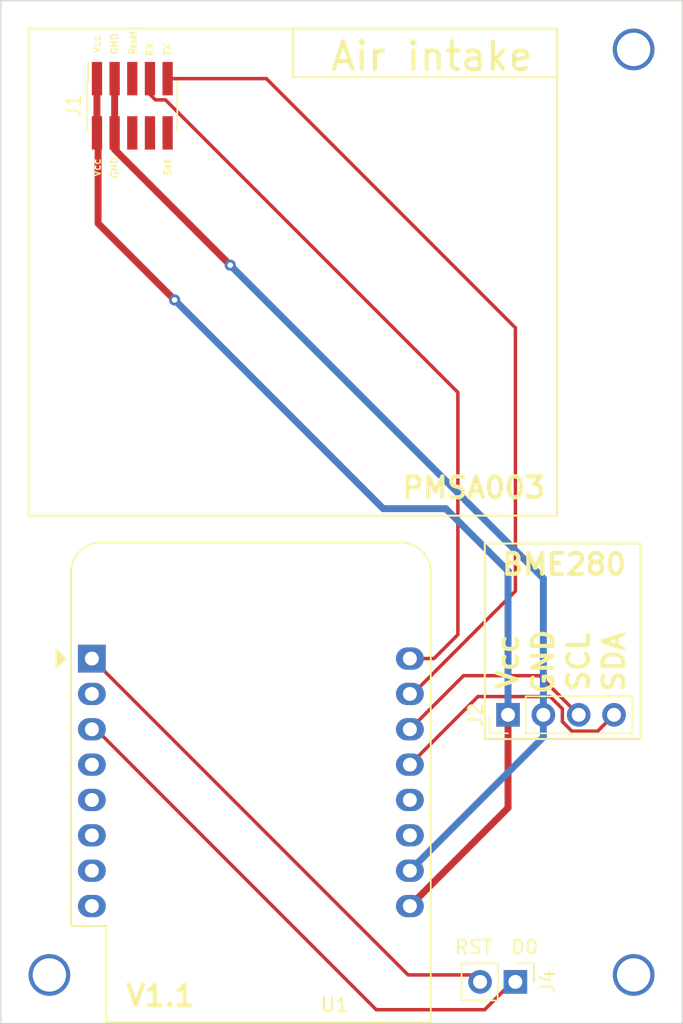
<source format=kicad_pcb>
(kicad_pcb (version 20211014) (generator pcbnew)
  (layers (0 "F.Cu" signal) (31 "B.Cu" signal) (34 "B.Paste" user) (35 "F.Paste" user) (36 "B.SilkS" user "B.Silkscreen") (37 "F.SilkS" user "F.Silkscreen") (38 "B.Mask" user) (39 "F.Mask" user) (44 "Edge.Cuts" user))
  (net 0 "")
  (net 1 "/Vcc")
  (net 2 "/GND")
  (net 3 "/PMS_Reset")
  (net 5 "/PMS_RX")
  (net 7 "/PMS_TX")
  (net 8 "/PMS_Set")
  (net 9 "/BME_SCL")
  (net 10 "/BME_SDA")
  (net 11 "/RST")
  (net 13 "/D0")
  (footprint "Module:WEMOS_D1_mini_light" (layer "F.Cu") (at 99.555 87.27)
    (fp_text reference "U1" (at 17.445 24.89) (layer "F.SilkS"))
    (fp_text value "WeMos_D1_mini")
    (fp_line (start 1.04 19.22) (end 1.04 26.12) (layer "F.SilkS") (width 0.12))
    (fp_line (start 1.04 26.12) (end 24.36 26.12) (layer "F.SilkS") (width 0.12))
    (fp_line (start 22.24 -8.34) (end 0.63 -8.34) (layer "F.SilkS") (width 0.12))
    (fp_line (start -1.5 19.22) (end -1.5 -6.21) (layer "F.SilkS") (width 0.12))
    (fp_line (start 24.36 26.12) (end 24.36 -6.21) (layer "F.SilkS") (width 0.12))
    (fp_line (start -1.5 19.22) (end 1.04 19.22) (layer "F.SilkS") (width 0.12))
    (fp_arc (start -1.5 -6.21) (mid -0.876137 -7.716137) (end 0.63 -8.34) (layer "F.SilkS") (width 0.12))
    (fp_arc (start 22.23 -8.34) (mid 23.736137 -7.716137) (end 24.36 -6.21) (layer "F.SilkS") (width 0.12))
    (fp_poly (pts (xy -2.54 -0.635) (xy -2.54 0.635) (xy -1.905 0)) (layer "F.SilkS") (width 0.15) (fill solid))
    (pad "1" thru_hole rect (at 0 0) (size 2 2) (drill 1) (layers *.Cu *.Mask) (net 11 "/RST"))
    (pad "2" thru_hole oval (at 0 2.54) (size 2 1.6) (drill 1) (layers *.Cu *.Mask))
    (pad "3" thru_hole oval (at 0 5.08) (size 2 1.6) (drill 1) (layers *.Cu *.Mask) (net 13 "/D0"))
    (pad "4" thru_hole oval (at 0 7.62) (size 2 1.6) (drill 1) (layers *.Cu *.Mask))
    (pad "5" thru_hole oval (at 0 10.16) (size 2 1.6) (drill 1) (layers *.Cu *.Mask))
    (pad "6" thru_hole oval (at 0 12.7) (size 2 1.6) (drill 1) (layers *.Cu *.Mask))
    (pad "7" thru_hole oval (at 0 15.24) (size 2 1.6) (drill 1) (layers *.Cu *.Mask))
    (pad "8" thru_hole oval (at 0 17.78) (size 2 1.6) (drill 1) (layers *.Cu *.Mask))
    (pad "9" thru_hole oval (at 22.86 17.78) (size 2 1.6) (drill 1) (layers *.Cu *.Mask) (net 1 "/Vcc"))
    (pad "10" thru_hole oval (at 22.86 15.24) (size 2 1.6) (drill 1) (layers *.Cu *.Mask) (net 2 "/GND"))
    (pad "11" thru_hole oval (at 22.86 12.7) (size 2 1.6) (drill 1) (layers *.Cu *.Mask))
    (pad "12" thru_hole oval (at 22.86 10.16) (size 2 1.6) (drill 1) (layers *.Cu *.Mask))
    (pad "13" thru_hole oval (at 22.86 7.62) (size 2 1.6) (drill 1) (layers *.Cu *.Mask) (net 10 "/BME_SDA"))
    (pad "14" thru_hole oval (at 22.86 5.08) (size 2 1.6) (drill 1) (layers *.Cu *.Mask) (net 9 "/BME_SCL"))
    (pad "15" thru_hole oval (at 22.86 2.54) (size 2 1.6) (drill 1) (layers *.Cu *.Mask) (net 7 "/PMS_TX"))
    (pad "16" thru_hole oval (at 22.86 0) (size 2 1.6) (drill 1) (layers *.Cu *.Mask) (net 5 "/PMS_RX"))
  )
  (footprint "Connector_PinHeader_2.54mm:PinHeader_1x04_P2.54mm_Vertical" (layer "F.Cu") (at 129.47 91.31 90)
    (fp_text reference "J2" (at 0 -2.33 90) (layer "F.SilkS"))
    (fp_text value "Conn_01x04_Female" hide)
    (fp_line (start -1.33 1.27) (end -1.33 8.95) (layer "F.SilkS") (width 0.12))
    (fp_line (start 1.33 1.27) (end 1.33 8.95) (layer "F.SilkS") (width 0.12))
    (fp_line (start -1.33 0) (end -1.33 -1.33) (layer "F.SilkS") (width 0.12))
    (fp_line (start -1.33 1.27) (end 1.33 1.27) (layer "F.SilkS") (width 0.12))
    (fp_line (start -1.33 8.95) (end 1.33 8.95) (layer "F.SilkS") (width 0.12))
    (fp_line (start -1.33 -1.33) (end 0 -1.33) (layer "F.SilkS") (width 0.12))
    (pad "1" thru_hole rect (at 0 0 90) (size 1.7 1.7) (drill 1) (layers *.Cu *.Mask) (net 1 "/Vcc"))
    (pad "2" thru_hole oval (at 0 2.54 90) (size 1.7 1.7) (drill 1) (layers *.Cu *.Mask) (net 2 "/GND"))
    (pad "3" thru_hole oval (at 0 5.08 90) (size 1.7 1.7) (drill 1) (layers *.Cu *.Mask) (net 9 "/BME_SCL"))
    (pad "4" thru_hole oval (at 0 7.62 90) (size 1.7 1.7) (drill 1) (layers *.Cu *.Mask) (net 10 "/BME_SDA"))
  )
  (footprint "Connector_PinHeader_1.27mm:PinHeader_2x05_P1.27mm_Vertical_SMD" (layer "F.Cu") (at 102.46 47.55 90)
    (fp_text reference "J1" (at 0 -4.235 90) (layer "F.SilkS"))
    (fp_text value "Conn_02x05_Odd_Even" hide)
    (fp_line (start 1.765 3.235) (end -1.765 3.235) (layer "F.SilkS") (width 0.12))
    (fp_line (start 3.09 -3.17) (end 1.765 -3.17) (layer "F.SilkS") (width 0.12))
    (fp_line (start 1.765 -3.235) (end -1.765 -3.235) (layer "F.SilkS") (width 0.12))
    (fp_line (start 1.765 -3.235) (end 1.765 -3.17) (layer "F.SilkS") (width 0.12))
    (fp_line (start -1.765 -3.235) (end -1.765 -3.17) (layer "F.SilkS") (width 0.12))
    (fp_line (start 1.765 3.17) (end 1.765 3.235) (layer "F.SilkS") (width 0.12))
    (fp_line (start -1.765 3.17) (end -1.765 3.235) (layer "F.SilkS") (width 0.12))
    (pad "1" smd rect (at 1.95 -2.54 90) (size 2.4 0.74) (layers "F.Cu" "F.Paste" "F.Mask") (net 1 "/Vcc"))
    (pad "2" smd rect (at -1.95 -2.54 90) (size 2.4 0.74) (layers "F.Cu" "F.Paste" "F.Mask") (net 1 "/Vcc"))
    (pad "3" smd rect (at 1.95 -1.27 90) (size 2.4 0.74) (layers "F.Cu" "F.Paste" "F.Mask") (net 2 "/GND"))
    (pad "4" smd rect (at -1.95 -1.27 90) (size 2.4 0.74) (layers "F.Cu" "F.Paste" "F.Mask") (net 2 "/GND"))
    (pad "5" smd rect (at 1.95 0 90) (size 2.4 0.74) (layers "F.Cu" "F.Paste" "F.Mask") (net 3 "/PMS_Reset"))
    (pad "6" smd rect (at -1.95 0 90) (size 2.4 0.74) (layers "F.Cu" "F.Paste" "F.Mask"))
    (pad "7" smd rect (at 1.95 1.27 90) (size 2.4 0.74) (layers "F.Cu" "F.Paste" "F.Mask") (net 5 "/PMS_RX"))
    (pad "8" smd rect (at -1.95 1.27 90) (size 2.4 0.74) (layers "F.Cu" "F.Paste" "F.Mask"))
    (pad "9" smd rect (at 1.95 2.54 90) (size 2.4 0.74) (layers "F.Cu" "F.Paste" "F.Mask") (net 7 "/PMS_TX"))
    (pad "10" smd rect (at -1.95 2.54 90) (size 2.4 0.74) (layers "F.Cu" "F.Paste" "F.Mask") (net 8 "/PMS_Set"))
  )
  (footprint "Connector_PinHeader_2.54mm:PinHeader_1x02_P2.54mm_Vertical" (layer "F.Cu") (at 130 110.5 -90)
    (fp_text reference "J4" (at 0 -2.33 90) (layer "F.SilkS"))
    (fp_text value "Conn_01x02_Male" hide)
    (fp_line (start 1.33 1.27) (end 1.33 3.87) (layer "F.SilkS") (width 0.12))
    (fp_line (start -1.33 3.87) (end 1.33 3.87) (layer "F.SilkS") (width 0.12))
    (fp_line (start -1.33 1.27) (end 1.33 1.27) (layer "F.SilkS") (width 0.12))
    (fp_line (start -1.33 1.27) (end -1.33 3.87) (layer "F.SilkS") (width 0.12))
    (fp_line (start -1.33 0) (end -1.33 -1.33) (layer "F.SilkS") (width 0.12))
    (fp_line (start -1.33 -1.33) (end 0 -1.33) (layer "F.SilkS") (width 0.12))
    (pad "1" thru_hole rect (at 0 0 270) (size 1.7 1.7) (drill 1) (layers *.Cu *.Mask) (net 13 "/D0"))
    (pad "2" thru_hole oval (at 0 2.54 270) (size 1.7 1.7) (drill 1) (layers *.Cu *.Mask) (net 11 "/RST"))
  )
  (gr_rect (start 133 42) (end 114 45.5) (layer "F.SilkS") (width 0.15) (fill none))
  (gr_rect (start 127.8 93.05) (end 139 79) (layer "F.SilkS") (width 0.15) (fill none))
  (gr_rect (start 95 77) (end 133 42) (layer "F.SilkS") (width 0.15) (fill none))
  (gr_rect (start 93 40) (end 142 113.5) (layer "Edge.Cuts") (width 0.1) (fill none))
  (gr_text "Set" (at 105 52 90) (layer "F.SilkS") (effects (font (size 0.5 0.5) (thickness 0.1))))
  (gr_text "TX" (at 105 43.5 90) (layer "F.SilkS") (effects (font (size 0.5 0.5) (thickness 0.1))))
  (gr_text "Reset\n" (at 102.5 43 90) (layer "F.SilkS") (effects (font (size 0.5 0.4) (thickness 0.1))))
  (gr_text "RX" (at 103.73 43.5 90) (layer "F.SilkS") (effects (font (size 0.5 0.5) (thickness 0.1))))
  (gr_text "SDA" (at 137.08 87.5 90) (layer "F.SilkS") (effects (font (size 1.5 1.5) (thickness 0.3))))
  (gr_text "V1.1" (at 104.5 111.5) (layer "F.SilkS") (effects (font (size 1.5 1.5) (thickness 0.3))))
  (gr_text "SCL" (at 134.54 87.5 90) (layer "F.SilkS") (effects (font (size 1.5 1.5) (thickness 0.3))))
  (gr_text "RST\n" (at 127 108) (layer "F.SilkS") (effects (font (size 1 1))))
  (gr_text "PMSA003" (at 127 75) (layer "F.SilkS") (effects (font (size 1.5 1.5) (thickness 0.3))))
  (gr_text "Vcc" (at 129.46 87.5 90) (layer "F.SilkS") (effects (font (size 1.5 1.5) (thickness 0.3))))
  (gr_text "GND\n" (at 101.19 43.105 90) (layer "F.SilkS") (effects (font (size 0.5 0.5) (thickness 0.1))))
  (gr_text "Vcc" (at 99.92 51.995 90) (layer "F.SilkS") (effects (font (size 0.5 0.5) (thickness 0.1))))
  (gr_text "Air intake" (at 124 44) (layer "F.SilkS") (effects (font (size 2 2) (thickness 0.3))))
  (gr_text "Vcc" (at 99.92 43.105 90) (layer "F.SilkS") (effects (font (size 0.5 0.5) (thickness 0.1))))
  (gr_text "GND" (at 132 87.5 90) (layer "F.SilkS") (effects (font (size 1.5 1.5) (thickness 0.3))))
  (gr_text "BME280" (at 133.5 80.5) (layer "F.SilkS") (effects (font (size 1.5 1.5) (thickness 0.3))))
  (gr_text "GND\n" (at 101.19 51.995 90) (layer "F.SilkS") (effects (font (size 0.5 0.5) (thickness 0.1))))
  (gr_text "D0\n" (at 130.665 108) (layer "F.SilkS") (effects (font (size 1 1))))
  (via (at 138.5 110) (size 3) (drill 2.4) (layers "F.Cu" "B.Cu") (net 0))
  (via (at 96.5 110) (size 3) (drill 2.4) (layers "F.Cu" "B.Cu") (net 0))
  (via (at 138.5 43.5) (size 3) (drill 2.4) (layers "F.Cu" "B.Cu") (net 0))
  (segment (start 100 49.58) (end 99.92 49.5) (width 0.5) (layer "F.Cu") (net 1))
  (segment (start 129.47 97.995) (end 129.47 91.31) (width 0.5) (layer "F.Cu") (net 1))
  (segment (start 99.92 49.5) (end 99.92 45.6) (width 0.5) (layer "F.Cu") (net 1))
  (segment (start 105.5 61.5) (end 100 56) (width 0.5) (layer "F.Cu") (net 1))
  (segment (start 122.415 105.05) (end 129.47 97.995) (width 0.5) (layer "F.Cu") (net 1))
  (segment (start 100 56) (end 100 49.58) (width 0.5) (layer "F.Cu") (net 1))
  (via (at 105.5 61.5) (size 0.8) (drill 0.4) (layers "F.Cu" "B.Cu") (net 1))
  (segment (start 129.47 81.03) (end 129.47 91.31) (width 0.5) (layer "B.Cu") (net 1))
  (segment (start 125 76.5) (end 129.5 81) (width 0.5) (layer "B.Cu") (net 1))
  (segment (start 105.5 61.5) (end 120.5 76.5) (width 0.5) (layer "B.Cu") (net 1))
  (segment (start 129.5 81) (end 129.47 81.03) (width 0.5) (layer "B.Cu") (net 1))
  (segment (start 120.5 76.5) (end 125 76.5) (width 0.5) (layer "B.Cu") (net 1))
  (segment (start 101.19 45.6) (end 101.19 49.5) (width 0.5) (layer "F.Cu") (net 2))
  (segment (start 101.19 50.69) (end 101.19 49.5) (width 0.5) (layer "F.Cu") (net 2))
  (segment (start 109.5 59) (end 101.19 50.69) (width 0.5) (layer "F.Cu") (net 2))
  (via (at 109.5 59) (size 0.8) (drill 0.4) (layers "F.Cu" "B.Cu") (net 2))
  (segment (start 109.5 59) (end 132.01 81.51) (width 0.5) (layer "B.Cu") (net 2))
  (segment (start 122.415 102.51) (end 132.01 92.915) (width 0.5) (layer "B.Cu") (net 2))
  (segment (start 132.01 92.915) (end 132.01 91.31) (width 0.5) (layer "B.Cu") (net 2))
  (segment (start 132.01 81.51) (end 132.01 91.31) (width 0.5) (layer "B.Cu") (net 2))
  (segment (start 122.415 87.27) (end 124.146778 87.27) (width 0.25) (layer "F.Cu") (net 5))
  (segment (start 104.125 47.125) (end 103.73 46.73) (width 0.25) (layer "F.Cu") (net 5))
  (segment (start 125.865 68.145) (end 104.845 47.125) (width 0.25) (layer "F.Cu") (net 5))
  (segment (start 125.865 85.551778) (end 125.865 68.145) (width 0.25) (layer "F.Cu") (net 5))
  (segment (start 124.146778 87.27) (end 125.865 85.551778) (width 0.25) (layer "F.Cu") (net 5))
  (segment (start 103.73 46.73) (end 103.73 45.6) (width 0.25) (layer "F.Cu") (net 5))
  (segment (start 104.845 47.125) (end 104.125 47.125) (width 0.25) (layer "F.Cu") (net 5))
  (segment (start 130 82.425) (end 130 63.5) (width 0.25) (layer "F.Cu") (net 7))
  (segment (start 122.615 89.81) (end 130 82.425) (width 0.25) (layer "F.Cu") (net 7))
  (segment (start 122.415 89.81) (end 122.615 89.81) (width 0.25) (layer "F.Cu") (net 7))
  (segment (start 112.1 45.6) (end 105 45.6) (width 0.25) (layer "F.Cu") (net 7))
  (segment (start 130 63.5) (end 112.1 45.6) (width 0.25) (layer "F.Cu") (net 7))
  (segment (start 126.265 88.5) (end 122.415 92.35) (width 0.25) (layer "F.Cu") (net 9))
  (segment (start 134.55 91.31) (end 131.74 88.5) (width 0.25) (layer "F.Cu") (net 9))
  (segment (start 131.74 88.5) (end 126.265 88.5) (width 0.25) (layer "F.Cu") (net 9))
  (segment (start 137.09 91.31) (end 135.915 92.485) (width 0.25) (layer "F.Cu") (net 10))
  (segment (start 133.375 90.875) (end 132.5 90) (width 0.25) (layer "F.Cu") (net 10))
  (segment (start 127.305 90) (end 122.415 94.89) (width 0.25) (layer "F.Cu") (net 10))
  (segment (start 133.375 91.796701) (end 133.375 90.875) (width 0.25) (layer "F.Cu") (net 10))
  (segment (start 135.915 92.485) (end 134.063299 92.485) (width 0.25) (layer "F.Cu") (net 10))
  (segment (start 132.5 90) (end 127.305 90) (width 0.25) (layer "F.Cu") (net 10))
  (segment (start 134.063299 92.485) (end 133.375 91.796701) (width 0.25) (layer "F.Cu") (net 10))
  (segment (start 122.285 110) (end 127.745 110) (width 0.25) (layer "F.Cu") (net 11))
  (segment (start 99.555 87.27) (end 122.285 110) (width 0.25) (layer "F.Cu") (net 11))
  (segment (start 99.555 92.35) (end 99.85 92.35) (width 0.25) (layer "F.Cu") (net 13))
  (segment (start 120 112.5) (end 127.785 112.5) (width 0.25) (layer "F.Cu") (net 13))
  (segment (start 127.785 112.5) (end 130.285 110) (width 0.25) (layer "F.Cu") (net 13))
  (segment (start 99.85 92.35) (end 120 112.5) (width 0.25) (layer "F.Cu") (net 13))
)
</source>
